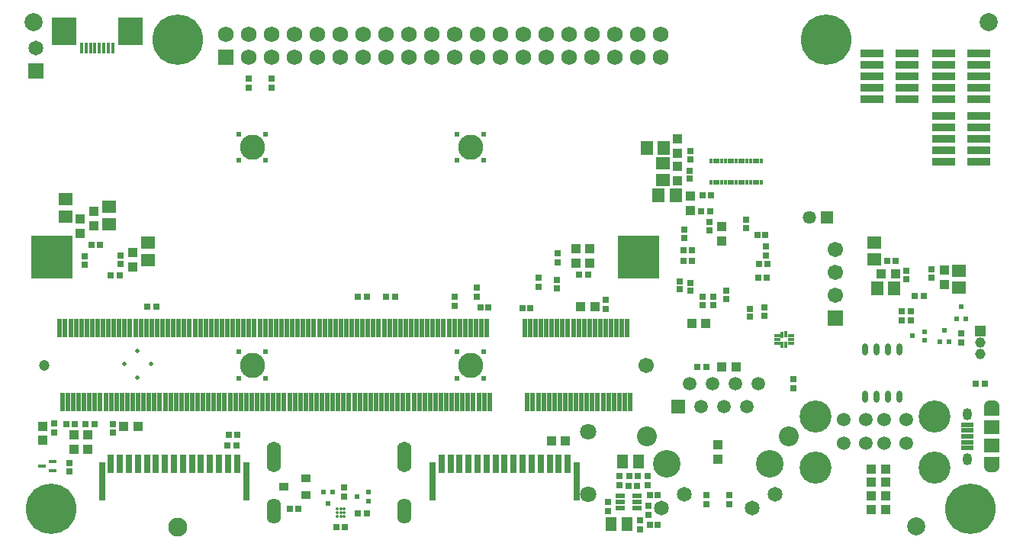
<source format=gbs>
G04*
G04 #@! TF.GenerationSoftware,Altium Limited,Altium Designer,19.1.8 (144)*
G04*
G04 Layer_Color=16711935*
%FSLAX44Y44*%
%MOMM*%
G71*
G01*
G75*
%ADD59R,0.6516X0.7516*%
%ADD66R,0.7516X0.6516*%
%ADD68R,1.0016X1.1016*%
%ADD78R,1.1016X1.0016*%
%ADD79R,0.8116X0.4016*%
%ADD83C,2.0000*%
%ADD87R,0.7216X0.7216*%
%ADD88R,0.7216X0.7216*%
%ADD97C,2.1016*%
%ADD98O,1.6016X2.8016*%
%ADD99O,1.6016X3.4016*%
%ADD100C,1.8016*%
%ADD101C,1.6516*%
%ADD102C,3.0516*%
%ADD103C,2.2016*%
%ADD104C,1.5016*%
%ADD105R,1.5016X1.5016*%
%ADD106C,3.5516*%
%ADD107C,1.5216*%
%ADD108R,1.1516X1.1516*%
%ADD109C,1.1516*%
%ADD110C,0.5080*%
%ADD112C,5.6016*%
%ADD113R,1.6516X1.6516*%
%ADD114O,1.6516X1.0016*%
%ADD115O,1.0516X1.3516*%
%ADD116R,1.4696X1.4696*%
%ADD117C,1.4696*%
%ADD118C,1.7516*%
%ADD119R,1.7516X1.7516*%
%ADD120C,1.7016*%
%ADD121R,1.7016X1.7016*%
%ADD122C,1.2016*%
%ADD123C,0.6080*%
%ADD187R,1.2516X1.5516*%
%ADD188R,0.4016X1.3016*%
%ADD189R,2.8016X3.1016*%
%ADD190R,0.4816X2.1516*%
%ADD191R,4.6016X4.7016*%
%ADD192R,1.4016X1.6016*%
%ADD193R,1.6016X1.4016*%
%ADD194R,0.6646X0.3266*%
%ADD195R,0.3266X0.6646*%
%ADD196R,0.3266X0.7646*%
%ADD197R,0.3200X0.6000*%
%ADD198R,1.1016X0.9016*%
%ADD199R,1.0016X0.5016*%
%ADD200O,0.6516X1.3516*%
%ADD201C,0.3516*%
%ADD202R,0.5016X0.6116*%
%ADD203R,0.6116X0.5016*%
%ADD204R,1.6516X1.6016*%
%ADD205R,1.4516X0.5016*%
%ADD206R,0.7016X4.3016*%
%ADD207R,0.7016X2.1016*%
%ADD208R,2.5016X0.8616*%
%ADD209R,1.6516X1.3016*%
%ADD210R,1.6516X1.3016*%
%ADD211C,2.8000*%
D59*
X625533Y299483D02*
D03*
X635533D02*
D03*
X770900Y369563D02*
D03*
X760900D02*
D03*
X411184Y274750D02*
D03*
X421184D02*
D03*
X390183Y274750D02*
D03*
X380183D02*
D03*
X680250Y65000D02*
D03*
X690250D02*
D03*
X66234Y133709D02*
D03*
X56234D02*
D03*
X78000Y134000D02*
D03*
X88000D02*
D03*
X146439Y263677D02*
D03*
X156439D02*
D03*
X246663Y121418D02*
D03*
X236663D02*
D03*
X245184Y110000D02*
D03*
X235184D02*
D03*
X1065607Y178375D02*
D03*
X1075607D02*
D03*
X994000Y259313D02*
D03*
X984000D02*
D03*
X116000Y299000D02*
D03*
X106000D02*
D03*
X997857Y275655D02*
D03*
X1007857D02*
D03*
X390284Y34366D02*
D03*
X380284D02*
D03*
X756835Y197280D02*
D03*
X766835D02*
D03*
X984000Y249100D02*
D03*
X994000D02*
D03*
D66*
X989000Y304156D02*
D03*
Y294156D02*
D03*
X833230Y321056D02*
D03*
Y331056D02*
D03*
X60184Y80813D02*
D03*
Y90813D02*
D03*
X601000Y284000D02*
D03*
Y294000D02*
D03*
X580565Y286326D02*
D03*
Y296326D02*
D03*
X487284Y264663D02*
D03*
Y274663D02*
D03*
X512166Y275056D02*
D03*
Y285056D02*
D03*
X670284Y76000D02*
D03*
Y66000D02*
D03*
X702000Y76000D02*
D03*
Y66000D02*
D03*
X693000Y27000D02*
D03*
Y17000D02*
D03*
X658000Y37000D02*
D03*
Y47000D02*
D03*
X703000Y33000D02*
D03*
Y43000D02*
D03*
X43000Y134300D02*
D03*
Y124300D02*
D03*
X108000Y134000D02*
D03*
Y124000D02*
D03*
X655250Y271649D02*
D03*
Y261649D02*
D03*
X284400Y507250D02*
D03*
Y517250D02*
D03*
X259000Y507000D02*
D03*
Y517000D02*
D03*
X602000Y323000D02*
D03*
Y313000D02*
D03*
X365183Y63450D02*
D03*
Y53450D02*
D03*
X792721Y44517D02*
D03*
Y54517D02*
D03*
X766969Y44517D02*
D03*
Y54517D02*
D03*
X863200Y183375D02*
D03*
Y173375D02*
D03*
X1049770Y224246D02*
D03*
Y234246D02*
D03*
D68*
X766500Y245100D02*
D03*
X750500D02*
D03*
X120403Y131500D02*
D03*
X136403D02*
D03*
X627284Y264280D02*
D03*
X643283D02*
D03*
X594750Y114975D02*
D03*
X610750D02*
D03*
X950000Y84000D02*
D03*
X966000D02*
D03*
X950000Y69000D02*
D03*
X966000D02*
D03*
X950000Y54000D02*
D03*
X966000D02*
D03*
X950000Y39000D02*
D03*
X966000D02*
D03*
X960600Y300794D02*
D03*
X976600D02*
D03*
X799793Y197280D02*
D03*
X783794D02*
D03*
D78*
X622000Y328000D02*
D03*
Y312000D02*
D03*
X637000Y328000D02*
D03*
Y312000D02*
D03*
X780000Y111050D02*
D03*
Y95050D02*
D03*
X30000Y131460D02*
D03*
Y115460D02*
D03*
X65000Y121500D02*
D03*
Y105500D02*
D03*
X80283Y121500D02*
D03*
Y105500D02*
D03*
X784000Y353257D02*
D03*
Y337257D02*
D03*
X130656Y324263D02*
D03*
Y308263D02*
D03*
X72183Y361565D02*
D03*
Y345565D02*
D03*
X87470Y369565D02*
D03*
Y353565D02*
D03*
X1030945Y288517D02*
D03*
Y304517D02*
D03*
X735000Y450000D02*
D03*
Y434000D02*
D03*
X735116Y403689D02*
D03*
Y419688D02*
D03*
X749000Y371000D02*
D03*
Y387000D02*
D03*
D79*
X29490Y87414D02*
D03*
X41690Y82414D02*
D03*
Y92414D02*
D03*
D83*
X1080000Y580000D02*
D03*
X20000D02*
D03*
X1000000Y20000D02*
D03*
D87*
X814900Y252749D02*
D03*
Y261749D02*
D03*
X737045Y292156D02*
D03*
Y283156D02*
D03*
X742558Y349600D02*
D03*
Y340600D02*
D03*
X749500Y290495D02*
D03*
Y281495D02*
D03*
X762526Y274756D02*
D03*
Y265756D02*
D03*
X774830Y274901D02*
D03*
Y265901D02*
D03*
X830889Y254149D02*
D03*
Y263149D02*
D03*
X788694Y281556D02*
D03*
Y272556D02*
D03*
X811000Y351500D02*
D03*
Y360500D02*
D03*
X770064Y348652D02*
D03*
Y357651D02*
D03*
X117000Y320763D02*
D03*
Y311763D02*
D03*
X76849Y310789D02*
D03*
Y319789D02*
D03*
X1016854Y296617D02*
D03*
Y305617D02*
D03*
X749135Y436351D02*
D03*
Y427351D02*
D03*
X748552Y405951D02*
D03*
Y414951D02*
D03*
D88*
X681500Y76000D02*
D03*
X690500D02*
D03*
X713175Y55000D02*
D03*
X704175D02*
D03*
X713175Y22000D02*
D03*
X704175D02*
D03*
X823500Y344000D02*
D03*
X832500D02*
D03*
X825625Y311056D02*
D03*
X834625D02*
D03*
X824600Y296056D02*
D03*
X833600D02*
D03*
X750937Y326644D02*
D03*
X741937D02*
D03*
X750850Y314656D02*
D03*
X741850D02*
D03*
X93684Y332895D02*
D03*
X84684D02*
D03*
X967600Y314844D02*
D03*
X976600D02*
D03*
X772011Y387456D02*
D03*
X763011D02*
D03*
X365684Y19000D02*
D03*
X356684D02*
D03*
X313683Y39600D02*
D03*
X304683D02*
D03*
X516003Y262801D02*
D03*
X525003D02*
D03*
X571499Y262656D02*
D03*
X562499D02*
D03*
D97*
X180000Y19000D02*
D03*
D98*
X287000Y37000D02*
D03*
X432000D02*
D03*
D99*
Y97000D02*
D03*
X287000Y97000D02*
D03*
D100*
X635400Y55500D02*
D03*
Y125500D02*
D03*
D101*
X742150Y55675D02*
D03*
X817850Y40475D02*
D03*
X843250Y55675D02*
D03*
X716750Y40475D02*
D03*
X23000Y550700D02*
D03*
D102*
X837150Y89475D02*
D03*
X722850D02*
D03*
D103*
X858750Y119975D02*
D03*
X701250D02*
D03*
D104*
X824450Y178375D02*
D03*
X799050D02*
D03*
X773650D02*
D03*
X748250D02*
D03*
X811750Y152975D02*
D03*
X786350D02*
D03*
X760950D02*
D03*
D105*
X735550D02*
D03*
D106*
X888300Y85700D02*
D03*
X1019700D02*
D03*
Y142500D02*
D03*
X888300D02*
D03*
D107*
X919000Y112800D02*
D03*
X989000D02*
D03*
X944000D02*
D03*
X964000D02*
D03*
X944000Y139000D02*
D03*
X964000D02*
D03*
X989000D02*
D03*
X919000D02*
D03*
D108*
X1070607Y236526D02*
D03*
D109*
Y223826D02*
D03*
Y211126D02*
D03*
D110*
X135553Y214871D02*
D03*
X120803Y200121D02*
D03*
X150303D02*
D03*
X135553Y185371D02*
D03*
D112*
X1060000Y40000D02*
D03*
X40000D02*
D03*
X180000Y560000D02*
D03*
X900000D02*
D03*
D113*
X23000Y525300D02*
D03*
D114*
X1083500Y155000D02*
D03*
Y85000D02*
D03*
D115*
X1056500Y145000D02*
D03*
Y95000D02*
D03*
D116*
X901000Y363000D02*
D03*
D117*
X881000D02*
D03*
D118*
X716200Y566000D02*
D03*
X690800D02*
D03*
X665400D02*
D03*
X716200Y540600D02*
D03*
X690800D02*
D03*
X665400D02*
D03*
X614600Y566000D02*
D03*
Y540600D02*
D03*
X563800Y566000D02*
D03*
Y540600D02*
D03*
X513000Y566000D02*
D03*
Y540600D02*
D03*
X487600Y566000D02*
D03*
Y540600D02*
D03*
X436800Y566000D02*
D03*
Y540600D02*
D03*
X386000Y566000D02*
D03*
Y540600D02*
D03*
X309800Y566000D02*
D03*
Y540600D02*
D03*
X284400Y566000D02*
D03*
Y540600D02*
D03*
X233600Y566000D02*
D03*
X259000Y540600D02*
D03*
Y566000D02*
D03*
X335200Y540600D02*
D03*
Y566000D02*
D03*
X360600Y540600D02*
D03*
Y566000D02*
D03*
X411400Y540600D02*
D03*
Y566000D02*
D03*
X462200Y540600D02*
D03*
Y566000D02*
D03*
X538400Y540600D02*
D03*
Y566000D02*
D03*
X589200Y540600D02*
D03*
Y566000D02*
D03*
X640000Y540600D02*
D03*
Y566000D02*
D03*
D119*
X233600Y540600D02*
D03*
D120*
X909708Y276713D02*
D03*
Y302113D02*
D03*
Y327513D02*
D03*
X699783Y198960D02*
D03*
D121*
X909708Y251313D02*
D03*
D122*
X31783Y198960D02*
D03*
D123*
X490327Y455672D02*
D03*
X519673Y426328D02*
D03*
X490327D02*
D03*
X519673Y455672D02*
D03*
X248328Y213673D02*
D03*
X277673Y184328D02*
D03*
X248328D02*
D03*
X277673Y213673D02*
D03*
X248328Y455672D02*
D03*
X277673Y426328D02*
D03*
X248328D02*
D03*
X277673Y455672D02*
D03*
X490327Y213673D02*
D03*
X519673Y184328D02*
D03*
X490327D02*
D03*
X519673Y213673D02*
D03*
D187*
X679284Y22500D02*
D03*
X661283D02*
D03*
X692000Y92000D02*
D03*
X674000D02*
D03*
D188*
X108349Y550864D02*
D03*
X103349D02*
D03*
X98349D02*
D03*
X73348D02*
D03*
X78348D02*
D03*
X83349D02*
D03*
X88349D02*
D03*
X93349D02*
D03*
D189*
X54049Y569464D02*
D03*
X127648D02*
D03*
D190*
X682283Y157960D02*
D03*
D03*
X679284Y239960D02*
D03*
X676283Y157960D02*
D03*
X670284D02*
D03*
X664284D02*
D03*
X658283D02*
D03*
X652283D02*
D03*
X646283D02*
D03*
X640284D02*
D03*
X634283D02*
D03*
X628284D02*
D03*
X622284D02*
D03*
X616283D02*
D03*
X610284D02*
D03*
X604283D02*
D03*
X598284D02*
D03*
X592284D02*
D03*
X586283D02*
D03*
X580284D02*
D03*
X574283D02*
D03*
X568284D02*
D03*
X526283D02*
D03*
X520284D02*
D03*
X514283D02*
D03*
X508284D02*
D03*
X502284D02*
D03*
X496283D02*
D03*
X490284D02*
D03*
X484283D02*
D03*
X478284D02*
D03*
X472284D02*
D03*
X466283D02*
D03*
X460284D02*
D03*
X454283D02*
D03*
X448284D02*
D03*
X442284D02*
D03*
X436283D02*
D03*
X430284D02*
D03*
X424283D02*
D03*
X418284D02*
D03*
X412284D02*
D03*
X406283D02*
D03*
X400284D02*
D03*
X394283D02*
D03*
X388284D02*
D03*
X382284D02*
D03*
X376283D02*
D03*
X370284D02*
D03*
X364283D02*
D03*
X358284D02*
D03*
X352284D02*
D03*
X346283D02*
D03*
X340284D02*
D03*
X334283D02*
D03*
X328284D02*
D03*
X322284D02*
D03*
X316283D02*
D03*
X310284D02*
D03*
X304284D02*
D03*
X298284D02*
D03*
X292283D02*
D03*
X286283D02*
D03*
X280284D02*
D03*
X274284D02*
D03*
X268284D02*
D03*
X262283D02*
D03*
X256283D02*
D03*
X250284D02*
D03*
X244284D02*
D03*
X238284D02*
D03*
X232283D02*
D03*
X226283D02*
D03*
X220284D02*
D03*
X214284D02*
D03*
X208284D02*
D03*
X202283D02*
D03*
X196283D02*
D03*
X190284D02*
D03*
X184284D02*
D03*
X178284D02*
D03*
X172283D02*
D03*
X166283D02*
D03*
X160284D02*
D03*
X154284D02*
D03*
X148284D02*
D03*
X142283D02*
D03*
X136284D02*
D03*
X130283D02*
D03*
X124284D02*
D03*
X118284D02*
D03*
X112283D02*
D03*
X106284D02*
D03*
X100283D02*
D03*
X94284D02*
D03*
X88284D02*
D03*
X82283D02*
D03*
X76283D02*
D03*
X70283D02*
D03*
X64283D02*
D03*
X58284D02*
D03*
X52284D02*
D03*
X679284Y239960D02*
D03*
X673283D02*
D03*
X667283D02*
D03*
X661283D02*
D03*
X655284D02*
D03*
X649284D02*
D03*
X643283D02*
D03*
X637284D02*
D03*
X631283D02*
D03*
X625284D02*
D03*
X619283D02*
D03*
X613284D02*
D03*
X607284D02*
D03*
X601283D02*
D03*
X595284D02*
D03*
X589283D02*
D03*
X583284D02*
D03*
X577284D02*
D03*
X571283D02*
D03*
X565284D02*
D03*
X523284D02*
D03*
X517284D02*
D03*
X511283D02*
D03*
X505284D02*
D03*
X499283D02*
D03*
X493284D02*
D03*
X487284D02*
D03*
X481283D02*
D03*
X475284D02*
D03*
X469283D02*
D03*
X463284D02*
D03*
X457284D02*
D03*
X451283D02*
D03*
X445284D02*
D03*
X439283D02*
D03*
X433284D02*
D03*
X427284D02*
D03*
X421283D02*
D03*
X415284D02*
D03*
X409283D02*
D03*
X403284D02*
D03*
X397284D02*
D03*
X391283D02*
D03*
X385284D02*
D03*
X379283D02*
D03*
X373284D02*
D03*
X367284D02*
D03*
X361283D02*
D03*
X355284D02*
D03*
X349283D02*
D03*
X343284D02*
D03*
X337284D02*
D03*
X331283D02*
D03*
X325284D02*
D03*
X319284D02*
D03*
X313284D02*
D03*
X307283D02*
D03*
X301283D02*
D03*
X295284D02*
D03*
X289284D02*
D03*
X283284D02*
D03*
X277283D02*
D03*
X271283D02*
D03*
X265284D02*
D03*
X259284D02*
D03*
X253284D02*
D03*
X247283D02*
D03*
X241283D02*
D03*
X235284D02*
D03*
X229284D02*
D03*
X223284D02*
D03*
X217283D02*
D03*
X211283D02*
D03*
X205284D02*
D03*
X199284D02*
D03*
X193284D02*
D03*
X187283D02*
D03*
X181283D02*
D03*
X175284D02*
D03*
X169284D02*
D03*
X163284D02*
D03*
X157283D02*
D03*
X151284D02*
D03*
X145283D02*
D03*
X139284D02*
D03*
X133284D02*
D03*
X127283D02*
D03*
X121284D02*
D03*
X115283D02*
D03*
X109284D02*
D03*
X103284D02*
D03*
X97283D02*
D03*
X91284D02*
D03*
X85283D02*
D03*
X79283D02*
D03*
X73284D02*
D03*
X67284D02*
D03*
X61283D02*
D03*
X55283D02*
D03*
X49283D02*
D03*
D191*
X691283Y318960D02*
D03*
X40283D02*
D03*
D192*
X719800Y439911D02*
D03*
X700800D02*
D03*
X732901Y387456D02*
D03*
X713901D02*
D03*
X975363Y284406D02*
D03*
X956363D02*
D03*
D193*
X719000Y404500D02*
D03*
Y423500D02*
D03*
X1047304Y284959D02*
D03*
Y303959D02*
D03*
X147000Y316080D02*
D03*
Y335080D02*
D03*
X953000Y316500D02*
D03*
Y335500D02*
D03*
X104000Y374565D02*
D03*
Y355565D02*
D03*
X55550Y364115D02*
D03*
Y383115D02*
D03*
D194*
X845408Y231538D02*
D03*
Y227538D02*
D03*
Y223538D02*
D03*
X860779D02*
D03*
Y227538D02*
D03*
Y231538D02*
D03*
D195*
X851094Y221853D02*
D03*
X855094D02*
D03*
Y233223D02*
D03*
D196*
X851094Y232723D02*
D03*
D197*
X808000Y402000D02*
D03*
X812000D02*
D03*
X828000Y426000D02*
D03*
X824000D02*
D03*
X820000D02*
D03*
X816000D02*
D03*
X812000D02*
D03*
X808000D02*
D03*
X804000D02*
D03*
X800000D02*
D03*
X796000D02*
D03*
X792000D02*
D03*
X788000D02*
D03*
X784000D02*
D03*
X780000D02*
D03*
X776000D02*
D03*
X772000D02*
D03*
Y402000D02*
D03*
X776000D02*
D03*
X780000D02*
D03*
X784000D02*
D03*
X788000D02*
D03*
X792000D02*
D03*
X796000D02*
D03*
X800000D02*
D03*
X804000D02*
D03*
X816000D02*
D03*
X820000D02*
D03*
X824000D02*
D03*
X828000D02*
D03*
D198*
X298284Y64000D02*
D03*
X322284Y54500D02*
D03*
Y73500D02*
D03*
D199*
X670883Y40803D02*
D03*
Y47303D02*
D03*
Y53803D02*
D03*
X689883D02*
D03*
Y47303D02*
D03*
Y40803D02*
D03*
D200*
X942762Y216325D02*
D03*
X955462D02*
D03*
X968162D02*
D03*
X980862D02*
D03*
X942762Y163825D02*
D03*
X955462D02*
D03*
X968162D02*
D03*
X980862D02*
D03*
D201*
X357183Y31250D02*
D03*
Y39250D02*
D03*
Y35250D02*
D03*
X365183Y31250D02*
D03*
Y39250D02*
D03*
Y35250D02*
D03*
X361184Y31250D02*
D03*
Y39250D02*
D03*
Y35250D02*
D03*
D202*
X1049770Y263749D02*
D03*
X1044770Y250749D02*
D03*
X1054770D02*
D03*
X347183Y45500D02*
D03*
X352183Y58500D02*
D03*
X342183D02*
D03*
X1030945Y237776D02*
D03*
X1025945Y224776D02*
D03*
X1035945D02*
D03*
D203*
X378783Y53450D02*
D03*
X391783Y48450D02*
D03*
Y58450D02*
D03*
X995950Y231496D02*
D03*
X1008950Y226496D02*
D03*
Y236496D02*
D03*
D204*
X1083500Y110000D02*
D03*
Y130000D02*
D03*
D205*
X1056500Y107000D02*
D03*
Y113500D02*
D03*
Y120000D02*
D03*
Y126500D02*
D03*
Y133000D02*
D03*
D206*
X256000Y70000D02*
D03*
X96000D02*
D03*
X623000D02*
D03*
X463000D02*
D03*
D207*
X246000Y90000D02*
D03*
X236000D02*
D03*
X226000D02*
D03*
X216000D02*
D03*
X206000D02*
D03*
X196000D02*
D03*
X186000D02*
D03*
X176000D02*
D03*
X166000D02*
D03*
X156000D02*
D03*
X146000D02*
D03*
X136000D02*
D03*
X126000D02*
D03*
X116000D02*
D03*
X106000D02*
D03*
X613000D02*
D03*
X603000D02*
D03*
X593000D02*
D03*
X583000D02*
D03*
X573000D02*
D03*
X563000D02*
D03*
X553000D02*
D03*
X543000D02*
D03*
X533000D02*
D03*
X523000D02*
D03*
X513000D02*
D03*
X503000D02*
D03*
X493000D02*
D03*
X483000D02*
D03*
X473000D02*
D03*
D208*
X1030500Y424600D02*
D03*
Y437300D02*
D03*
Y450000D02*
D03*
Y462700D02*
D03*
Y475400D02*
D03*
X1069500Y424600D02*
D03*
Y437300D02*
D03*
Y450000D02*
D03*
Y462700D02*
D03*
Y475400D02*
D03*
X950500Y494600D02*
D03*
Y507300D02*
D03*
Y520000D02*
D03*
Y532700D02*
D03*
Y545400D02*
D03*
X989500Y494600D02*
D03*
Y507300D02*
D03*
Y520000D02*
D03*
Y532700D02*
D03*
Y545400D02*
D03*
X1030500Y494600D02*
D03*
Y507300D02*
D03*
Y520000D02*
D03*
Y532700D02*
D03*
Y545400D02*
D03*
X1069500Y494600D02*
D03*
Y507300D02*
D03*
Y520000D02*
D03*
Y532700D02*
D03*
Y545400D02*
D03*
D209*
X1083500Y91000D02*
D03*
D210*
X1083499Y149000D02*
D03*
D211*
X505000Y441000D02*
D03*
X263000Y199000D02*
D03*
Y441000D02*
D03*
X505000Y199000D02*
D03*
M02*

</source>
